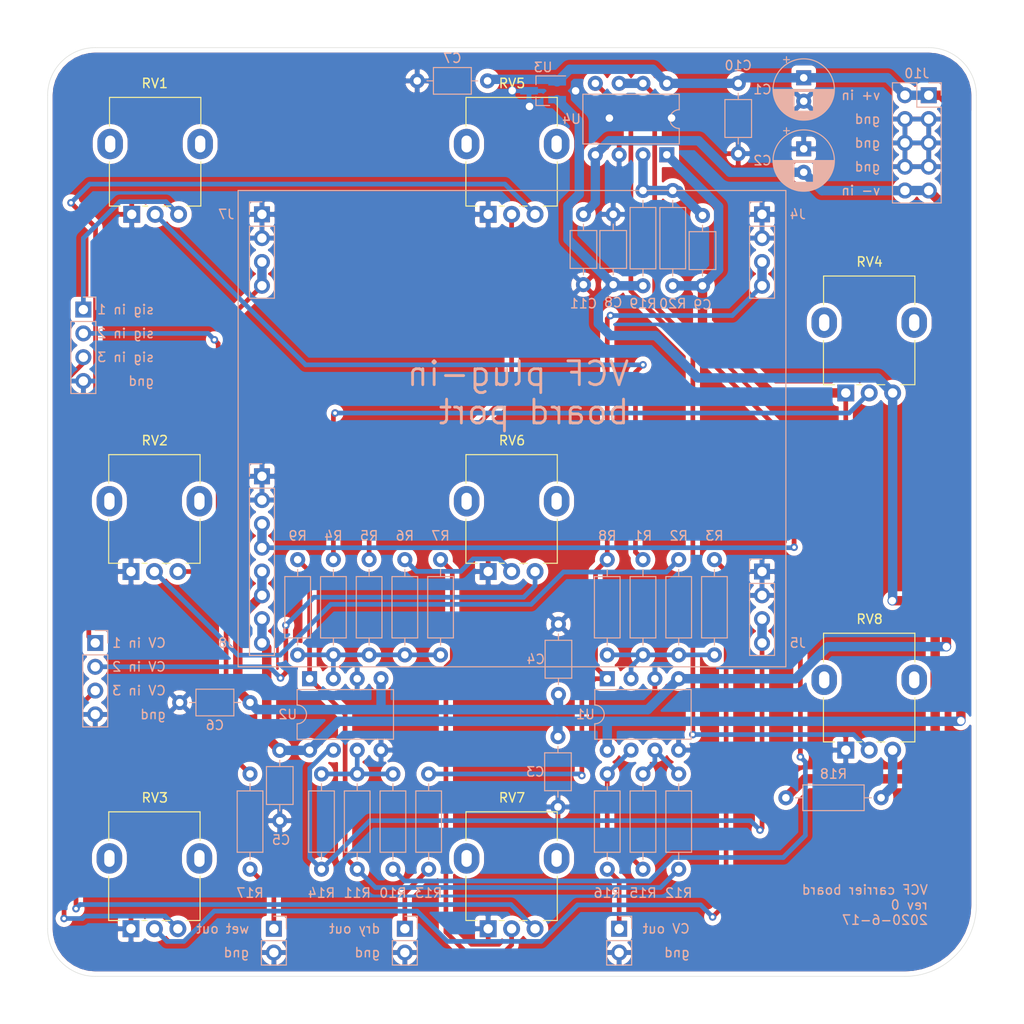
<source format=kicad_pcb>
(kicad_pcb (version 20171130) (host pcbnew 5.1.6-c6e7f7d~86~ubuntu18.04.1)
  (layers (0 F.Cu signal) (31 B.Cu signal) (34 B.Paste user) (35 F.Paste user) (36 B.SilkS user) (37 F.SilkS user) (38 B.Mask user) (39 F.Mask user) (44 Edge.Cuts user))
  (net 0 "")
  (net 1 GND)
  (net 2 +12V)
  (net 3 -12V)
  (net 4 "Net-(J1-Pad3)")
  (net 5 "Net-(J1-Pad2)")
  (net 6 "Net-(J1-Pad1)")
  (net 7 "Net-(J2-Pad3)")
  (net 8 "Net-(J2-Pad2)")
  (net 9 "Net-(J2-Pad1)")
  (net 10 "Net-(J3-Pad1)")
  (net 11 "Net-(J4-Pad3)")
  (net 12 "Net-(J5-Pad3)")
  (net 13 "Net-(J6-Pad1)")
  (net 14 "Net-(J7-Pad3)")
  (net 15 "Net-(J8-Pad3)")
  (net 16 "Net-(J9-Pad1)")
  (net 17 "Net-(R1-Pad2)")
  (net 18 "Net-(R1-Pad1)")
  (net 19 "Net-(R2-Pad2)")
  (net 20 "Net-(R3-Pad2)")
  (net 21 "Net-(R4-Pad2)")
  (net 22 "Net-(R4-Pad1)")
  (net 23 "Net-(R5-Pad2)")
  (net 24 "Net-(R6-Pad2)")
  (net 25 "Net-(R7-Pad2)")
  (net 26 "Net-(R11-Pad2)")
  (net 27 "Net-(R10-Pad1)")
  (net 28 "Net-(R12-Pad1)")
  (net 29 "Net-(R15-Pad1)")
  (net 30 "Net-(R18-Pad2)")
  (net 31 +5V)
  (net 32 -5V)
  (net 33 "Net-(C9-Pad1)")
  (net 34 "Net-(RV8-Pad2)")
  (module Package_TO_SOT_SMD:SOT-23_Handsoldering (layer B.Cu) (at 154.4461 55.3974 180)
    (fp_text reference U3 (at 0 2.5) (layer B.SilkS) (effects (justify mirror)))
    (fp_text value MAX6035xxUR50)
    (pad 3 smd rect (at 1.5 0 180) (size 1.9 0.8) (layers B.Cu B.Paste B.Mask) (net 1 GND))
    (pad 2 smd rect (at -1.5 -0.95 180) (size 1.9 0.8) (layers B.Cu B.Paste B.Mask) (net 31 +5V))
    (pad 1 smd rect (at -1.5 0.95 180) (size 1.9 0.8) (layers B.Cu B.Paste B.Mask) (net 2 +12V))
  )
  (module Package_DIP:DIP-8_W7.62mm (layer B.Cu) (at 167.64 62.23 90)
    (fp_text reference U4 (at 3.81 -10.16 180) (layer B.SilkS) (effects (justify mirror)))
    (fp_text value TL072)
    (pad 8 thru_hole oval (at 7.62 0 90) (size 1.6 1.6) (drill 0.8) (layers *.Cu *.Mask) (net 2 +12V))
    (pad 4 thru_hole oval (at 0 -7.62 90) (size 1.6 1.6) (drill 0.8) (layers *.Cu *.Mask) (net 3 -12V))
    (pad 7 thru_hole oval (at 7.62 -2.54 90) (size 1.6 1.6) (drill 0.8) (layers *.Cu *.Mask) (net 15 "Net-(J8-Pad3)"))
    (pad 3 thru_hole oval (at 0 -5.08 90) (size 1.6 1.6) (drill 0.8) (layers *.Cu *.Mask) (net 1 GND))
    (pad 6 thru_hole oval (at 7.62 -5.08 90) (size 1.6 1.6) (drill 0.8) (layers *.Cu *.Mask) (net 15 "Net-(J8-Pad3)"))
    (pad 2 thru_hole oval (at 0 -2.54 90) (size 1.6 1.6) (drill 0.8) (layers *.Cu *.Mask) (net 33 "Net-(C9-Pad1)"))
    (pad 5 thru_hole oval (at 7.62 -7.62 90) (size 1.6 1.6) (drill 0.8) (layers *.Cu *.Mask) (net 34 "Net-(RV8-Pad2)"))
    (pad 1 thru_hole rect (at 0 0 90) (size 1.6 1.6) (drill 0.8) (layers *.Cu *.Mask) (net 32 -5V))
  )
  (module Resistor_THT:R_Axial_DIN0207_L6.3mm_D2.5mm_P10.16mm_Horizontal (layer B.Cu) (at 168.275 76.2 90)
    (fp_text reference R20 (at -1.905 0 180) (layer B.SilkS) (effects (justify mirror)))
    (fp_text value 10k)
    (pad 2 thru_hole oval (at 10.16 0 90) (size 1.6 1.6) (drill 0.8) (layers *.Cu *.Mask) (net 33 "Net-(C9-Pad1)"))
    (pad 1 thru_hole circle (at 0 0 90) (size 1.6 1.6) (drill 0.8) (layers *.Cu *.Mask) (net 32 -5V))
  )
  (module Resistor_THT:R_Axial_DIN0207_L6.3mm_D2.5mm_P10.16mm_Horizontal (layer B.Cu) (at 165.1 66.04 270)
    (fp_text reference R19 (at 12.065 0 180) (layer B.SilkS) (effects (justify mirror)))
    (fp_text value 10k)
    (pad 2 thru_hole oval (at 10.16 0 270) (size 1.6 1.6) (drill 0.8) (layers *.Cu *.Mask) (net 31 +5V))
    (pad 1 thru_hole circle (at 0 0 270) (size 1.6 1.6) (drill 0.8) (layers *.Cu *.Mask) (net 33 "Net-(C9-Pad1)"))
  )
  (module Capacitor_THT:C_Axial_L3.8mm_D2.6mm_P7.50mm_Horizontal (layer B.Cu) (at 158.75 76.08 90)
    (fp_text reference C11 (at -2.025 0 180) (layer B.SilkS) (effects (justify mirror)))
    (fp_text value 100nF)
    (pad 2 thru_hole oval (at 7.5 0 90) (size 1.6 1.6) (drill 0.8) (layers *.Cu *.Mask) (net 3 -12V))
    (pad 1 thru_hole circle (at 0 0 90) (size 1.6 1.6) (drill 0.8) (layers *.Cu *.Mask) (net 1 GND))
  )
  (module Capacitor_THT:C_Axial_L3.8mm_D2.6mm_P7.50mm_Horizontal (layer B.Cu) (at 175.26 54.61 270)
    (fp_text reference C10 (at -1.905 0 180) (layer B.SilkS) (effects (justify mirror)))
    (fp_text value 100nF)
    (pad 2 thru_hole oval (at 7.5 0 270) (size 1.6 1.6) (drill 0.8) (layers *.Cu *.Mask) (net 1 GND))
    (pad 1 thru_hole circle (at 0 0 270) (size 1.6 1.6) (drill 0.8) (layers *.Cu *.Mask) (net 2 +12V))
  )
  (module Capacitor_THT:C_Axial_L3.8mm_D2.6mm_P7.50mm_Horizontal (layer B.Cu) (at 171.45 68.7 270)
    (fp_text reference C9 (at 9.525 0 180) (layer B.SilkS) (effects (justify mirror)))
    (fp_text value 100nF)
    (pad 2 thru_hole oval (at 7.5 0 270) (size 1.6 1.6) (drill 0.8) (layers *.Cu *.Mask) (net 32 -5V))
    (pad 1 thru_hole circle (at 0 0 270) (size 1.6 1.6) (drill 0.8) (layers *.Cu *.Mask) (net 33 "Net-(C9-Pad1)"))
  )
  (module Capacitor_THT:C_Axial_L3.8mm_D2.6mm_P7.50mm_Horizontal (layer B.Cu) (at 161.925 76.08 90)
    (fp_text reference C8 (at -1.905 0 180) (layer B.SilkS) (effects (justify mirror)))
    (fp_text value 100nF)
    (pad 2 thru_hole oval (at 7.5 0 90) (size 1.6 1.6) (drill 0.8) (layers *.Cu *.Mask) (net 1 GND))
    (pad 1 thru_hole circle (at 0 0 90) (size 1.6 1.6) (drill 0.8) (layers *.Cu *.Mask) (net 31 +5V))
  )
  (module Capacitor_THT:C_Axial_L3.8mm_D2.6mm_P7.50mm_Horizontal (layer B.Cu) (at 148.5208 54.3433 180)
    (fp_text reference C7 (at 3.75 2.42) (layer B.SilkS) (effects (justify mirror)))
    (fp_text value 100nF)
    (pad 2 thru_hole oval (at 7.5 0 180) (size 1.6 1.6) (drill 0.8) (layers *.Cu *.Mask) (net 1 GND))
    (pad 1 thru_hole circle (at 0 0 180) (size 1.6 1.6) (drill 0.8) (layers *.Cu *.Mask) (net 2 +12V))
  )
  (module Package_DIP:DIP-8_W7.62mm (layer B.Cu) (at 129.54 118.11 270)
    (fp_text reference U2 (at 3.81 2.33 180) (layer B.SilkS) (effects (justify mirror)))
    (fp_text value TL072)
    (pad 8 thru_hole oval (at 7.62 0 270) (size 1.6 1.6) (drill 0.8) (layers *.Cu *.Mask) (net 2 +12V))
    (pad 4 thru_hole oval (at 0 -7.62 270) (size 1.6 1.6) (drill 0.8) (layers *.Cu *.Mask) (net 3 -12V))
    (pad 7 thru_hole oval (at 7.62 -2.54 270) (size 1.6 1.6) (drill 0.8) (layers *.Cu *.Mask) (net 12 "Net-(J5-Pad3)"))
    (pad 3 thru_hole oval (at 0 -5.08 270) (size 1.6 1.6) (drill 0.8) (layers *.Cu *.Mask) (net 1 GND))
    (pad 6 thru_hole oval (at 7.62 -5.08 270) (size 1.6 1.6) (drill 0.8) (layers *.Cu *.Mask) (net 27 "Net-(R10-Pad1)"))
    (pad 2 thru_hole oval (at 0 -2.54 270) (size 1.6 1.6) (drill 0.8) (layers *.Cu *.Mask) (net 22 "Net-(R4-Pad1)"))
    (pad 5 thru_hole oval (at 7.62 -7.62 270) (size 1.6 1.6) (drill 0.8) (layers *.Cu *.Mask) (net 1 GND))
    (pad 1 thru_hole rect (at 0 0 270) (size 1.6 1.6) (drill 0.8) (layers *.Cu *.Mask) (net 26 "Net-(R11-Pad2)"))
  )
  (module Package_DIP:DIP-8_W7.62mm (layer B.Cu) (at 161.29 118.11 270)
    (fp_text reference U1 (at 3.81 2.33 180) (layer B.SilkS) (effects (justify mirror)))
    (fp_text value TL072)
    (pad 8 thru_hole oval (at 7.62 0 270) (size 1.6 1.6) (drill 0.8) (layers *.Cu *.Mask) (net 2 +12V))
    (pad 4 thru_hole oval (at 0 -7.62 270) (size 1.6 1.6) (drill 0.8) (layers *.Cu *.Mask) (net 3 -12V))
    (pad 7 thru_hole oval (at 7.62 -2.54 270) (size 1.6 1.6) (drill 0.8) (layers *.Cu *.Mask) (net 29 "Net-(R15-Pad1)"))
    (pad 3 thru_hole oval (at 0 -5.08 270) (size 1.6 1.6) (drill 0.8) (layers *.Cu *.Mask) (net 1 GND))
    (pad 6 thru_hole oval (at 7.62 -5.08 270) (size 1.6 1.6) (drill 0.8) (layers *.Cu *.Mask) (net 28 "Net-(R12-Pad1)"))
    (pad 2 thru_hole oval (at 0 -2.54 270) (size 1.6 1.6) (drill 0.8) (layers *.Cu *.Mask) (net 18 "Net-(R1-Pad1)"))
    (pad 5 thru_hole oval (at 7.62 -7.62 270) (size 1.6 1.6) (drill 0.8) (layers *.Cu *.Mask) (net 1 GND))
    (pad 1 thru_hole rect (at 0 0 270) (size 1.6 1.6) (drill 0.8) (layers *.Cu *.Mask) (net 11 "Net-(J4-Pad3)"))
  )
  (module Potentiometer_THT:Potentiometer_Alpha_RD901F-40-00D_Single_Vertical (layer F.Cu) (at 186.73 125.73 90)
    (fp_text reference RV8 (at 13.97 2.54) (layer F.SilkS))
    (fp_text value 10k)
    (pad "" thru_hole oval (at 7.5 -2.3 180) (size 2.72 3.24) (drill oval 1.1 1.8) (layers *.Cu *.Mask))
    (pad "" thru_hole oval (at 7.5 7.3 180) (size 2.72 3.24) (drill oval 1.1 1.8) (layers *.Cu *.Mask))
    (pad 3 thru_hole circle (at 0 5 180) (size 1.8 1.8) (drill 1) (layers *.Cu *.Mask) (net 30 "Net-(R18-Pad2)"))
    (pad 2 thru_hole circle (at 0 2.5 180) (size 1.8 1.8) (drill 1) (layers *.Cu *.Mask) (net 34 "Net-(RV8-Pad2)"))
    (pad 1 thru_hole rect (at 0 0 180) (size 1.8 1.8) (drill 1) (layers *.Cu *.Mask) (net 1 GND))
  )
  (module Potentiometer_THT:Potentiometer_Alpha_RD901F-40-00D_Single_Vertical (layer F.Cu) (at 148.59 144.78 90)
    (fp_text reference RV7 (at 13.97 2.54) (layer F.SilkS))
    (fp_text value 100k)
    (pad "" thru_hole oval (at 7.5 -2.3 180) (size 2.72 3.24) (drill oval 1.1 1.8) (layers *.Cu *.Mask))
    (pad "" thru_hole oval (at 7.5 7.3 180) (size 2.72 3.24) (drill oval 1.1 1.8) (layers *.Cu *.Mask))
    (pad 3 thru_hole circle (at 0 5 180) (size 1.8 1.8) (drill 1) (layers *.Cu *.Mask) (net 4 "Net-(J1-Pad3)"))
    (pad 2 thru_hole circle (at 0 2.5 180) (size 1.8 1.8) (drill 1) (layers *.Cu *.Mask) (net 25 "Net-(R7-Pad2)"))
    (pad 1 thru_hole rect (at 0 0 180) (size 1.8 1.8) (drill 1) (layers *.Cu *.Mask) (net 1 GND))
  )
  (module Potentiometer_THT:Potentiometer_Alpha_RD901F-40-00D_Single_Vertical (layer F.Cu) (at 148.59 106.68 90)
    (fp_text reference RV6 (at 13.97 2.54) (layer F.SilkS))
    (fp_text value 100k)
    (pad "" thru_hole oval (at 7.5 -2.3 180) (size 2.72 3.24) (drill oval 1.1 1.8) (layers *.Cu *.Mask))
    (pad "" thru_hole oval (at 7.5 7.3 180) (size 2.72 3.24) (drill oval 1.1 1.8) (layers *.Cu *.Mask))
    (pad 3 thru_hole circle (at 0 5 180) (size 1.8 1.8) (drill 1) (layers *.Cu *.Mask) (net 5 "Net-(J1-Pad2)"))
    (pad 2 thru_hole circle (at 0 2.5 180) (size 1.8 1.8) (drill 1) (layers *.Cu *.Mask) (net 24 "Net-(R6-Pad2)"))
    (pad 1 thru_hole rect (at 0 0 180) (size 1.8 1.8) (drill 1) (layers *.Cu *.Mask) (net 1 GND))
  )
  (module Potentiometer_THT:Potentiometer_Alpha_RD901F-40-00D_Single_Vertical (layer F.Cu) (at 148.59 68.58 90)
    (fp_text reference RV5 (at 13.97 2.54) (layer F.SilkS))
    (fp_text value 100k)
    (pad "" thru_hole oval (at 7.5 -2.3 180) (size 2.72 3.24) (drill oval 1.1 1.8) (layers *.Cu *.Mask))
    (pad "" thru_hole oval (at 7.5 7.3 180) (size 2.72 3.24) (drill oval 1.1 1.8) (layers *.Cu *.Mask))
    (pad 3 thru_hole circle (at 0 5 180) (size 1.8 1.8) (drill 1) (layers *.Cu *.Mask) (net 6 "Net-(J1-Pad1)"))
    (pad 2 thru_hole circle (at 0 2.5 180) (size 1.8 1.8) (drill 1) (layers *.Cu *.Mask) (net 23 "Net-(R5-Pad2)"))
    (pad 1 thru_hole rect (at 0 0 180) (size 1.8 1.8) (drill 1) (layers *.Cu *.Mask) (net 1 GND))
  )
  (module Potentiometer_THT:Potentiometer_Alpha_RD901F-40-00D_Single_Vertical (layer F.Cu) (at 186.73 87.63 90)
    (fp_text reference RV4 (at 13.97 2.54) (layer F.SilkS))
    (fp_text value 100k)
    (pad "" thru_hole oval (at 7.5 -2.3 180) (size 2.72 3.24) (drill oval 1.1 1.8) (layers *.Cu *.Mask))
    (pad "" thru_hole oval (at 7.5 7.3 180) (size 2.72 3.24) (drill oval 1.1 1.8) (layers *.Cu *.Mask))
    (pad 3 thru_hole circle (at 0 5 180) (size 1.8 1.8) (drill 1) (layers *.Cu *.Mask) (net 31 +5V))
    (pad 2 thru_hole circle (at 0 2.5 180) (size 1.8 1.8) (drill 1) (layers *.Cu *.Mask) (net 21 "Net-(R4-Pad2)"))
    (pad 1 thru_hole rect (at 0 0 180) (size 1.8 1.8) (drill 1) (layers *.Cu *.Mask) (net 32 -5V))
  )
  (module Potentiometer_THT:Potentiometer_Alpha_RD901F-40-00D_Single_Vertical (layer F.Cu) (at 110.49 144.78 90)
    (fp_text reference RV3 (at 13.97 2.54) (layer F.SilkS))
    (fp_text value 100k)
    (pad "" thru_hole oval (at 7.5 -2.3 180) (size 2.72 3.24) (drill oval 1.1 1.8) (layers *.Cu *.Mask))
    (pad "" thru_hole oval (at 7.5 7.3 180) (size 2.72 3.24) (drill oval 1.1 1.8) (layers *.Cu *.Mask))
    (pad 3 thru_hole circle (at 0 5 180) (size 1.8 1.8) (drill 1) (layers *.Cu *.Mask) (net 7 "Net-(J2-Pad3)"))
    (pad 2 thru_hole circle (at 0 2.5 180) (size 1.8 1.8) (drill 1) (layers *.Cu *.Mask) (net 20 "Net-(R3-Pad2)"))
    (pad 1 thru_hole rect (at 0 0 180) (size 1.8 1.8) (drill 1) (layers *.Cu *.Mask) (net 1 GND))
  )
  (module Potentiometer_THT:Potentiometer_Alpha_RD901F-40-00D_Single_Vertical (layer F.Cu) (at 110.49 106.68 90)
    (fp_text reference RV2 (at 13.97 2.54) (layer F.SilkS))
    (fp_text value 100k)
    (pad "" thru_hole oval (at 7.5 -2.3 180) (size 2.72 3.24) (drill oval 1.1 1.8) (layers *.Cu *.Mask))
    (pad "" thru_hole oval (at 7.5 7.3 180) (size 2.72 3.24) (drill oval 1.1 1.8) (layers *.Cu *.Mask))
    (pad 3 thru_hole circle (at 0 5 180) (size 1.8 1.8) (drill 1) (layers *.Cu *.Mask) (net 8 "Net-(J2-Pad2)"))
    (pad 2 thru_hole circle (at 0 2.5 180) (size 1.8 1.8) (drill 1) (layers *.Cu *.Mask) (net 19 "Net-(R2-Pad2)"))
    (pad 1 thru_hole rect (at 0 0 180) (size 1.8 1.8) (drill 1) (layers *.Cu *.Mask) (net 1 GND))
  )
  (module Potentiometer_THT:Potentiometer_Alpha_RD901F-40-00D_Single_Vertical (layer F.Cu) (at 110.57 68.58 90)
    (fp_text reference RV1 (at 13.97 2.46) (layer F.SilkS))
    (fp_text value 100k)
    (pad "" thru_hole oval (at 7.5 -2.3 180) (size 2.72 3.24) (drill oval 1.1 1.8) (layers *.Cu *.Mask))
    (pad "" thru_hole oval (at 7.5 7.3 180) (size 2.72 3.24) (drill oval 1.1 1.8) (layers *.Cu *.Mask))
    (pad 3 thru_hole circle (at 0 5 180) (size 1.8 1.8) (drill 1) (layers *.Cu *.Mask) (net 9 "Net-(J2-Pad1)"))
    (pad 2 thru_hole circle (at 0 2.5 180) (size 1.8 1.8) (drill 1) (layers *.Cu *.Mask) (net 17 "Net-(R1-Pad2)"))
    (pad 1 thru_hole rect (at 0 0 180) (size 1.8 1.8) (drill 1) (layers *.Cu *.Mask) (net 1 GND))
  )
  (module Resistor_THT:R_Axial_DIN0207_L6.3mm_D2.5mm_P10.16mm_Horizontal (layer B.Cu) (at 180.34 130.81)
    (fp_text reference R18 (at 5.08 -2.54) (layer B.SilkS) (effects (justify mirror)))
    (fp_text value 12k)
    (pad 2 thru_hole oval (at 10.16 0) (size 1.6 1.6) (drill 0.8) (layers *.Cu *.Mask) (net 30 "Net-(R18-Pad2)"))
    (pad 1 thru_hole circle (at 0 0) (size 1.6 1.6) (drill 0.8) (layers *.Cu *.Mask) (net 31 +5V))
  )
  (module Resistor_THT:R_Axial_DIN0207_L6.3mm_D2.5mm_P10.16mm_Horizontal (layer B.Cu) (at 123.19 138.43 90)
    (fp_text reference R17 (at -2.54 0 180) (layer B.SilkS) (effects (justify mirror)))
    (fp_text value 1k)
    (pad 2 thru_hole oval (at 10.16 0 90) (size 1.6 1.6) (drill 0.8) (layers *.Cu *.Mask) (net 14 "Net-(J7-Pad3)"))
    (pad 1 thru_hole circle (at 0 0 90) (size 1.6 1.6) (drill 0.8) (layers *.Cu *.Mask) (net 16 "Net-(J9-Pad1)"))
  )
  (module Resistor_THT:R_Axial_DIN0207_L6.3mm_D2.5mm_P10.16mm_Horizontal (layer B.Cu) (at 161.29 138.43 90)
    (fp_text reference R16 (at -2.54 0 180) (layer B.SilkS) (effects (justify mirror)))
    (fp_text value 1k)
    (pad 2 thru_hole oval (at 10.16 0 90) (size 1.6 1.6) (drill 0.8) (layers *.Cu *.Mask) (net 29 "Net-(R15-Pad1)"))
    (pad 1 thru_hole circle (at 0 0 90) (size 1.6 1.6) (drill 0.8) (layers *.Cu *.Mask) (net 13 "Net-(J6-Pad1)"))
  )
  (module Resistor_THT:R_Axial_DIN0207_L6.3mm_D2.5mm_P10.16mm_Horizontal (layer B.Cu) (at 165.1 138.43 90)
    (fp_text reference R15 (at -2.54 0 180) (layer B.SilkS) (effects (justify mirror)))
    (fp_text value 100k)
    (pad 2 thru_hole oval (at 10.16 0 90) (size 1.6 1.6) (drill 0.8) (layers *.Cu *.Mask) (net 28 "Net-(R12-Pad1)"))
    (pad 1 thru_hole circle (at 0 0 90) (size 1.6 1.6) (drill 0.8) (layers *.Cu *.Mask) (net 29 "Net-(R15-Pad1)"))
  )
  (module Resistor_THT:R_Axial_DIN0207_L6.3mm_D2.5mm_P10.16mm_Horizontal (layer B.Cu) (at 130.81 138.43 90)
    (fp_text reference R14 (at -2.54 0 180) (layer B.SilkS) (effects (justify mirror)))
    (fp_text value 22k)
    (pad 2 thru_hole oval (at 10.16 0 90) (size 1.6 1.6) (drill 0.8) (layers *.Cu *.Mask) (net 27 "Net-(R10-Pad1)"))
    (pad 1 thru_hole circle (at 0 0 90) (size 1.6 1.6) (drill 0.8) (layers *.Cu *.Mask) (net 12 "Net-(J5-Pad3)"))
  )
  (module Resistor_THT:R_Axial_DIN0207_L6.3mm_D2.5mm_P10.16mm_Horizontal (layer B.Cu) (at 142.24 138.43 90)
    (fp_text reference R13 (at -2.54 0 180) (layer B.SilkS) (effects (justify mirror)))
    (fp_text value 1k)
    (pad 2 thru_hole oval (at 10.16 0 90) (size 1.6 1.6) (drill 0.8) (layers *.Cu *.Mask) (net 11 "Net-(J4-Pad3)"))
    (pad 1 thru_hole circle (at 0 0 90) (size 1.6 1.6) (drill 0.8) (layers *.Cu *.Mask) (net 10 "Net-(J3-Pad1)"))
  )
  (module Resistor_THT:R_Axial_DIN0207_L6.3mm_D2.5mm_P10.16mm_Horizontal (layer B.Cu) (at 168.91 128.27 270)
    (fp_text reference R12 (at 12.7 0 180) (layer B.SilkS) (effects (justify mirror)))
    (fp_text value 22k)
    (pad 2 thru_hole oval (at 10.16 0 270) (size 1.6 1.6) (drill 0.8) (layers *.Cu *.Mask) (net 26 "Net-(R11-Pad2)"))
    (pad 1 thru_hole circle (at 0 0 270) (size 1.6 1.6) (drill 0.8) (layers *.Cu *.Mask) (net 28 "Net-(R12-Pad1)"))
  )
  (module Resistor_THT:R_Axial_DIN0207_L6.3mm_D2.5mm_P10.16mm_Horizontal (layer B.Cu) (at 134.62 128.27 270)
    (fp_text reference R11 (at 12.7 0 180) (layer B.SilkS) (effects (justify mirror)))
    (fp_text value 22k)
    (pad 2 thru_hole oval (at 10.16 0 270) (size 1.6 1.6) (drill 0.8) (layers *.Cu *.Mask) (net 26 "Net-(R11-Pad2)"))
    (pad 1 thru_hole circle (at 0 0 270) (size 1.6 1.6) (drill 0.8) (layers *.Cu *.Mask) (net 27 "Net-(R10-Pad1)"))
  )
  (module Resistor_THT:R_Axial_DIN0207_L6.3mm_D2.5mm_P10.16mm_Horizontal (layer B.Cu) (at 138.43 128.27 270)
    (fp_text reference R10 (at 12.7 0 180) (layer B.SilkS) (effects (justify mirror)))
    (fp_text value ???)
    (pad 2 thru_hole oval (at 10.16 0 270) (size 1.6 1.6) (drill 0.8) (layers *.Cu *.Mask) (net 32 -5V))
    (pad 1 thru_hole circle (at 0 0 270) (size 1.6 1.6) (drill 0.8) (layers *.Cu *.Mask) (net 27 "Net-(R10-Pad1)"))
  )
  (module Resistor_THT:R_Axial_DIN0207_L6.3mm_D2.5mm_P10.16mm_Horizontal (layer B.Cu) (at 128.27 105.41 270)
    (fp_text reference R9 (at -2.54 0 180) (layer B.SilkS) (effects (justify mirror)))
    (fp_text value 22k)
    (pad 2 thru_hole oval (at 10.16 0 270) (size 1.6 1.6) (drill 0.8) (layers *.Cu *.Mask) (net 22 "Net-(R4-Pad1)"))
    (pad 1 thru_hole circle (at 0 0 270) (size 1.6 1.6) (drill 0.8) (layers *.Cu *.Mask) (net 26 "Net-(R11-Pad2)"))
  )
  (module Resistor_THT:R_Axial_DIN0207_L6.3mm_D2.5mm_P10.16mm_Horizontal (layer B.Cu) (at 161.29 105.41 270)
    (fp_text reference R8 (at -2.54 0 180) (layer B.SilkS) (effects (justify mirror)))
    (fp_text value 100k)
    (pad 2 thru_hole oval (at 10.16 0 270) (size 1.6 1.6) (drill 0.8) (layers *.Cu *.Mask) (net 18 "Net-(R1-Pad1)"))
    (pad 1 thru_hole circle (at 0 0 270) (size 1.6 1.6) (drill 0.8) (layers *.Cu *.Mask) (net 11 "Net-(J4-Pad3)"))
  )
  (module Resistor_THT:R_Axial_DIN0207_L6.3mm_D2.5mm_P10.16mm_Horizontal (layer B.Cu) (at 143.51 115.57 90)
    (fp_text reference R7 (at 12.7 0 180) (layer B.SilkS) (effects (justify mirror)))
    (fp_text value 100k)
    (pad 2 thru_hole oval (at 10.16 0 90) (size 1.6 1.6) (drill 0.8) (layers *.Cu *.Mask) (net 25 "Net-(R7-Pad2)"))
    (pad 1 thru_hole circle (at 0 0 90) (size 1.6 1.6) (drill 0.8) (layers *.Cu *.Mask) (net 22 "Net-(R4-Pad1)"))
  )
  (module Resistor_THT:R_Axial_DIN0207_L6.3mm_D2.5mm_P10.16mm_Horizontal (layer B.Cu) (at 139.7 115.57 90)
    (fp_text reference R6 (at 12.7 0 180) (layer B.SilkS) (effects (justify mirror)))
    (fp_text value 100k)
    (pad 2 thru_hole oval (at 10.16 0 90) (size 1.6 1.6) (drill 0.8) (layers *.Cu *.Mask) (net 24 "Net-(R6-Pad2)"))
    (pad 1 thru_hole circle (at 0 0 90) (size 1.6 1.6) (drill 0.8) (layers *.Cu *.Mask) (net 22 "Net-(R4-Pad1)"))
  )
  (module Resistor_THT:R_Axial_DIN0207_L6.3mm_D2.5mm_P10.16mm_Horizontal (layer B.Cu) (at 135.89 115.57 90)
    (fp_text reference R5 (at 12.7 0 180) (layer B.SilkS) (effects (justify mirror)))
    (fp_text value 100k)
    (pad 2 thru_hole oval (at 10.16 0 90) (size 1.6 1.6) (drill 0.8) (layers *.Cu *.Mask) (net 23 "Net-(R5-Pad2)"))
    (pad 1 thru_hole circle (at 0 0 90) (size 1.6 1.6) (drill 0.8) (layers *.Cu *.Mask) (net 22 "Net-(R4-Pad1)"))
  )
  (module Resistor_THT:R_Axial_DIN0207_L6.3mm_D2.5mm_P10.16mm_Horizontal (layer B.Cu) (at 132.08 115.57 90)
    (fp_text reference R4 (at 12.7 0 180) (layer B.SilkS) (effects (justify mirror)))
    (fp_text value 100k)
    (pad 2 thru_hole oval (at 10.16 0 90) (size 1.6 1.6) (drill 0.8) (layers *.Cu *.Mask) (net 21 "Net-(R4-Pad2)"))
    (pad 1 thru_hole circle (at 0 0 90) (size 1.6 1.6) (drill 0.8) (layers *.Cu *.Mask) (net 22 "Net-(R4-Pad1)"))
  )
  (module Resistor_THT:R_Axial_DIN0207_L6.3mm_D2.5mm_P10.16mm_Horizontal (layer B.Cu) (at 172.72 115.57 90)
    (fp_text reference R3 (at 12.7 0 180) (layer B.SilkS) (effects (justify mirror)))
    (fp_text value 100k)
    (pad 2 thru_hole oval (at 10.16 0 90) (size 1.6 1.6) (drill 0.8) (layers *.Cu *.Mask) (net 20 "Net-(R3-Pad2)"))
    (pad 1 thru_hole circle (at 0 0 90) (size 1.6 1.6) (drill 0.8) (layers *.Cu *.Mask) (net 18 "Net-(R1-Pad1)"))
  )
  (module Resistor_THT:R_Axial_DIN0207_L6.3mm_D2.5mm_P10.16mm_Horizontal (layer B.Cu) (at 168.91 115.57 90)
    (fp_text reference R2 (at 12.7 0 180) (layer B.SilkS) (effects (justify mirror)))
    (fp_text value 100k)
    (pad 2 thru_hole oval (at 10.16 0 90) (size 1.6 1.6) (drill 0.8) (layers *.Cu *.Mask) (net 19 "Net-(R2-Pad2)"))
    (pad 1 thru_hole circle (at 0 0 90) (size 1.6 1.6) (drill 0.8) (layers *.Cu *.Mask) (net 18 "Net-(R1-Pad1)"))
  )
  (module Resistor_THT:R_Axial_DIN0207_L6.3mm_D2.5mm_P10.16mm_Horizontal (layer B.Cu) (at 165.1 115.57 90)
    (fp_text reference R1 (at 12.7 0 180) (layer B.SilkS) (effects (justify mirror)))
    (fp_text value 100k)
    (pad 2 thru_hole oval (at 10.16 0 90) (size 1.6 1.6) (drill 0.8) (layers *.Cu *.Mask) (net 17 "Net-(R1-Pad2)"))
    (pad 1 thru_hole circle (at 0 0 90) (size 1.6 1.6) (drill 0.8) (layers *.Cu *.Mask) (net 18 "Net-(R1-Pad1)"))
  )
  (module Connector_PinHeader_2.54mm:PinHeader_2x05_P2.54mm_Vertical (layer B.Cu) (at 195.58 55.88 180)
    (fp_text reference J10 (at 1.27 2.33) (layer B.SilkS) (effects (justify mirror)))
    (fp_text value Conn_02x05_Odd_Even)
    (pad 10 thru_hole oval (at 2.54 -10.16 180) (size 1.7 1.7) (drill 1) (layers *.Cu *.Mask) (net 3 -12V))
    (pad 9 thru_hole oval (at 0 -10.16 180) (size 1.7 1.7) (drill 1) (layers *.Cu *.Mask) (net 3 -12V))
    (pad 8 thru_hole oval (at 2.54 -7.62 180) (size 1.7 1.7) (drill 1) (layers *.Cu *.Mask) (net 1 GND))
    (pad 7 thru_hole oval (at 0 -7.62 180) (size 1.7 1.7) (drill 1) (layers *.Cu *.Mask) (net 1 GND))
    (pad 6 thru_hole oval (at 2.54 -5.08 180) (size 1.7 1.7) (drill 1) (layers *.Cu *.Mask) (net 1 GND))
    (pad 5 thru_hole oval (at 0 -5.08 180) (size 1.7 1.7) (drill 1) (layers *.Cu *.Mask) (net 1 GND))
    (pad 4 thru_hole oval (at 2.54 -2.54 180) (size 1.7 1.7) (drill 1) (layers *.Cu *.Mask) (net 1 GND))
    (pad 3 thru_hole oval (at 0 -2.54 180) (size 1.7 1.7) (drill 1) (layers *.Cu *.Mask) (net 1 GND))
    (pad 2 thru_hole oval (at 2.54 0 180) (size 1.7 1.7) (drill 1) (layers *.Cu *.Mask) (net 2 +12V))
    (pad 1 thru_hole rect (at 0 0 180) (size 1.7 1.7) (drill 1) (layers *.Cu *.Mask) (net 2 +12V))
  )
  (module Connector_PinHeader_2.54mm:PinHeader_1x02_P2.54mm_Vertical (layer B.Cu) (at 125.73 144.78 180)
    (fp_text reference J9 hide)
    (fp_text value wet_out)
    (pad 2 thru_hole oval (at 0 -2.54 180) (size 1.7 1.7) (drill 1) (layers *.Cu *.Mask) (net 1 GND))
    (pad 1 thru_hole rect (at 0 0 180) (size 1.7 1.7) (drill 1) (layers *.Cu *.Mask) (net 16 "Net-(J9-Pad1)"))
  )
  (module Connector_PinSocket_2.54mm:PinSocket_1x08_P2.54mm_Vertical (layer B.Cu) (at 124.46 96.52 180)
    (fp_text reference J8 (at 3.81 -17.78) (layer B.SilkS) (effects (justify mirror)))
    (fp_text value Conn_01x08)
    (pad 8 thru_hole oval (at 0 -17.78 180) (size 1.7 1.7) (drill 1) (layers *.Cu *.Mask) (net 2 +12V))
    (pad 7 thru_hole oval (at 0 -15.24 180) (size 1.7 1.7) (drill 1) (layers *.Cu *.Mask) (net 2 +12V))
    (pad 6 thru_hole oval (at 0 -12.7 180) (size 1.7 1.7) (drill 1) (layers *.Cu *.Mask) (net 3 -12V))
    (pad 5 thru_hole oval (at 0 -10.16 180) (size 1.7 1.7) (drill 1) (layers *.Cu *.Mask) (net 3 -12V))
    (pad 4 thru_hole oval (at 0 -7.62 180) (size 1.7 1.7) (drill 1) (layers *.Cu *.Mask) (net 15 "Net-(J8-Pad3)"))
    (pad 3 thru_hole oval (at 0 -5.08 180) (size 1.7 1.7) (drill 1) (layers *.Cu *.Mask) (net 15 "Net-(J8-Pad3)"))
    (pad 2 thru_hole oval (at 0 -2.54 180) (size 1.7 1.7) (drill 1) (layers *.Cu *.Mask) (net 1 GND))
    (pad 1 thru_hole rect (at 0 0 180) (size 1.7 1.7) (drill 1) (layers *.Cu *.Mask) (net 1 GND))
  )
  (module Connector_PinSocket_2.54mm:PinSocket_1x04_P2.54mm_Vertical (layer B.Cu) (at 124.46 68.58 180)
    (fp_text reference J7 (at 3.81 0) (layer B.SilkS) (effects (justify mirror)))
    (fp_text value Conn_01x04)
    (pad 4 thru_hole oval (at 0 -7.62 180) (size 1.7 1.7) (drill 1) (layers *.Cu *.Mask) (net 14 "Net-(J7-Pad3)"))
    (pad 3 thru_hole oval (at 0 -5.08 180) (size 1.7 1.7) (drill 1) (layers *.Cu *.Mask) (net 14 "Net-(J7-Pad3)"))
    (pad 2 thru_hole oval (at 0 -2.54 180) (size 1.7 1.7) (drill 1) (layers *.Cu *.Mask) (net 1 GND))
    (pad 1 thru_hole rect (at 0 0 180) (size 1.7 1.7) (drill 1) (layers *.Cu *.Mask) (net 1 GND))
  )
  (module Connector_PinHeader_2.54mm:PinHeader_1x02_P2.54mm_Vertical (layer B.Cu) (at 162.56 144.78 180)
    (fp_text reference J6 hide)
    (fp_text value CV_out)
    (pad 2 thru_hole oval (at 0 -2.54 180) (size 1.7 1.7) (drill 1) (layers *.Cu *.Mask) (net 1 GND))
    (pad 1 thru_hole rect (at 0 0 180) (size 1.7 1.7) (drill 1) (layers *.Cu *.Mask) (net 13 "Net-(J6-Pad1)"))
  )
  (module Connector_PinSocket_2.54mm:PinSocket_1x04_P2.54mm_Vertical (layer B.Cu) (at 177.8 106.68 180)
    (fp_text reference J5 (at -3.81 -7.62) (layer B.SilkS) (effects (justify mirror)))
    (fp_text value Conn_01x04)
    (pad 4 thru_hole oval (at 0 -7.62 180) (size 1.7 1.7) (drill 1) (layers *.Cu *.Mask) (net 12 "Net-(J5-Pad3)"))
    (pad 3 thru_hole oval (at 0 -5.08 180) (size 1.7 1.7) (drill 1) (layers *.Cu *.Mask) (net 12 "Net-(J5-Pad3)"))
    (pad 2 thru_hole oval (at 0 -2.54 180) (size 1.7 1.7) (drill 1) (layers *.Cu *.Mask) (net 1 GND))
    (pad 1 thru_hole rect (at 0 0 180) (size 1.7 1.7) (drill 1) (layers *.Cu *.Mask) (net 1 GND))
  )
  (module Connector_PinSocket_2.54mm:PinSocket_1x04_P2.54mm_Vertical (layer B.Cu) (at 177.8 68.58 180)
    (fp_text reference J4 (at -3.81 0) (layer B.SilkS) (effects (justify mirror)))
    (fp_text value Conn_01x04)
    (pad 4 thru_hole oval (at 0 -7.62 180) (size 1.7 1.7) (drill 1) (layers *.Cu *.Mask) (net 11 "Net-(J4-Pad3)"))
    (pad 3 thru_hole oval (at 0 -5.08 180) (size 1.7 1.7) (drill 1) (layers *.Cu *.Mask) (net 11 "Net-(J4-Pad3)"))
    (pad 2 thru_hole oval (at 0 -2.54 180) (size 1.7 1.7) (drill 1) (layers *.Cu *.Mask) (net 1 GND))
    (pad 1 thru_hole rect (at 0 0 180) (size 1.7 1.7) (drill 1) (layers *.Cu *.Mask) (net 1 GND))
  )
  (module Connector_PinHeader_2.54mm:PinHeader_1x02_P2.54mm_Vertical (layer B.Cu) (at 139.7 144.78 180)
    (fp_text reference J3 hide)
    (fp_text value dry_out)
    (pad 2 thru_hole oval (at 0 -2.54 180) (size 1.7 1.7) (drill 1) (layers *.Cu *.Mask) (net 1 GND))
    (pad 1 thru_hole rect (at 0 0 180) (size 1.7 1.7) (drill 1) (layers *.Cu *.Mask) (net 10 "Net-(J3-Pad1)"))
  )
  (module Connector_PinHeader_2.54mm:PinHeader_1x04_P2.54mm_Vertical (layer B.Cu) (at 105.41 78.74 180)
    (fp_text reference J2 hide)
    (fp_text value signal_inputs)
    (pad 4 thru_hole oval (at 0 -7.62 180) (size 1.7 1.7) (drill 1) (layers *.Cu *.Mask) (net 1 GND))
    (pad 3 thru_hole oval (at 0 -5.08 180) (size 1.7 1.7) (drill 1) (layers *.Cu *.Mask) (net 7 "Net-(J2-Pad3)"))
    (pad 2 thru_hole oval (at 0 -2.54 180) (size 1.7 1.7) (drill 1) (layers *.Cu *.Mask) (net 8 "Net-(J2-Pad2)"))
    (pad 1 thru_hole rect (at 0 0 180) (size 1.7 1.7) (drill 1) (layers *.Cu *.Mask) (net 9 "Net-(J2-Pad1)"))
  )
  (module Connector_PinHeader_2.54mm:PinHeader_1x04_P2.54mm_Vertical (layer B.Cu) (at 106.68 114.3 180)
    (fp_text reference J1 hide)
    (fp_text value CV_inputs)
    (pad 4 thru_hole oval (at 0 -7.62 180) (size 1.7 1.7) (drill 1) (layers *.Cu *.Mask) (net 1 GND))
    (pad 3 thru_hole oval (at 0 -5.08 180) (size 1.7 1.7) (drill 1) (layers *.Cu *.Mask) (net 4 "Net-(J1-Pad3)"))
    (pad 2 thru_hole oval (at 0 -2.54 180) (size 1.7 1.7) (drill 1) (layers *.Cu *.Mask) (net 5 "Net-(J1-Pad2)"))
    (pad 1 thru_hole rect (at 0 0 180) (size 1.7 1.7) (drill 1) (layers *.Cu *.Mask) (net 6 "Net-(J1-Pad1)"))
  )
  (module Capacitor_THT:C_Axial_L3.8mm_D2.6mm_P7.50mm_Horizontal (layer B.Cu) (at 115.69 120.65)
    (fp_text reference C6 (at 3.75 2.42) (layer B.SilkS) (effects (justify mirror)))
    (fp_text value 100nF)
    (pad 2 thru_hole oval (at 7.5 0) (size 1.6 1.6) (drill 0.8) (layers *.Cu *.Mask) (net 3 -12V))
    (pad 1 thru_hole circle (at 0 0) (size 1.6 1.6) (drill 0.8) (layers *.Cu *.Mask) (net 1 GND))
  )
  (module Capacitor_THT:C_Axial_L3.8mm_D2.6mm_P7.50mm_Horizontal (layer B.Cu) (at 126.35992 125.7554 270)
    (fp_text reference C5 (at 9.55486 -0.14224 180) (layer B.SilkS) (effects (justify mirror)))
    (fp_text value 100nF)
    (pad 2 thru_hole oval (at 7.5 0 270) (size 1.6 1.6) (drill 0.8) (layers *.Cu *.Mask) (net 1 GND))
    (pad 1 thru_hole circle (at 0 0 270) (size 1.6 1.6) (drill 0.8) (layers *.Cu *.Mask) (net 2 +12V))
  )
  (module Capacitor_THT:C_Axial_L3.8mm_D2.6mm_P7.50mm_Horizontal (layer B.Cu) (at 156.083 112.2864 270)
    (fp_text reference C4 (at 3.75 2.42 180) (layer B.SilkS) (effects (justify mirror)))
    (fp_text value 100nF)
    (pad 2 thru_hole oval (at 7.5 0 270) (size 1.6 1.6) (drill 0.8) (layers *.Cu *.Mask) (net 3 -12V))
    (pad 1 thru_hole circle (at 0 0 270) (size 1.6 1.6) (drill 0.8) (layers *.Cu *.Mask) (net 1 GND))
  )
  (module Capacitor_THT:C_Axial_L3.8mm_D2.6mm_P7.50mm_Horizontal (layer B.Cu) (at 156.0322 124.2879 270)
    (fp_text reference C3 (at 3.75 2.42 180) (layer B.SilkS) (effects (justify mirror)))
    (fp_text value 100nF)
    (pad 2 thru_hole oval (at 7.5 0 270) (size 1.6 1.6) (drill 0.8) (layers *.Cu *.Mask) (net 1 GND))
    (pad 1 thru_hole circle (at 0 0 270) (size 1.6 1.6) (drill 0.8) (layers *.Cu *.Mask) (net 2 +12V))
  )
  (module Capacitor_THT:CP_Radial_D6.3mm_P2.50mm (layer B.Cu) (at 182.245 61.595 270)
    (fp_text reference C2 (at 1.25 4.4 180) (layer B.SilkS) (effects (justify mirror)))
    (fp_text value 10uF)
    (pad 2 thru_hole circle (at 2.5 0 270) (size 1.6 1.6) (drill 0.8) (layers *.Cu *.Mask) (net 3 -12V))
    (pad 1 thru_hole rect (at 0 0 270) (size 1.6 1.6) (drill 0.8) (layers *.Cu *.Mask) (net 1 GND))
  )
  (module Capacitor_THT:CP_Radial_D6.3mm_P2.50mm (layer B.Cu) (at 182.245 54.015 270)
    (fp_text reference C1 (at 1.25 4.4 180) (layer B.SilkS) (effects (justify mirror)))
    (fp_text value 10uF)
    (pad 2 thru_hole circle (at 2.5 0 270) (size 1.6 1.6) (drill 0.8) (layers *.Cu *.Mask) (net 1 GND))
    (pad 1 thru_hole rect (at 0 0 270) (size 1.6 1.6) (drill 0.8) (layers *.Cu *.Mask) (net 2 +12V))
  )
  (gr_arc (start 193.04 142.24) (end 193.04 149.86) (angle -90) (layer Edge.Cuts) (width 0.05))
  (gr_arc (start 106.68 144.78) (end 101.6 144.78) (angle -90) (layer Edge.Cuts) (width 0.05))
  (gr_arc (start 106.68 55.88) (end 106.68 50.8) (angle -90) (layer Edge.Cuts) (width 0.05))
  (gr_arc (start 195.58 55.88) (end 200.66 55.88) (angle -90) (layer Edge.Cuts) (width 0.05))
  (gr_text "VCF plug-in \nboard port" (at 163.83 87.63) (layer B.SilkS) (effects (font (size 2.54 2.54) (thickness 0.3048)) (justify left mirror)))
  (gr_text "VCF carrier board\nrev 0\n2020-6-17" (at 195.58 142.24) (layer B.SilkS) (effects (font (size 1 1)) (justify left mirror)))
  (gr_text "v- in" (at 190.5 66.04) (layer B.SilkS) (effects (font (size 1 1)) (justify left mirror)))
  (gr_text gnd (at 190.5 63.5) (layer B.SilkS) (effects (font (size 1 1)) (justify left mirror)))
  (gr_text gnd (at 190.5 60.96) (layer B.SilkS) (effects (font (size 1 1)) (justify left mirror)))
  (gr_text gnd (at 190.5 58.42) (layer B.SilkS) (effects (font (size 1 1)) (justify left mirror)))
  (gr_text "v+ in" (at 190.5 55.88) (layer B.SilkS) (effects (font (size 1 1)) (justify left mirror)))
  (gr_text gnd (at 114.3 121.92) (layer B.SilkS) (effects (font (size 1 1)) (justify left mirror)))
  (gr_text "CV in 3" (at 114.3 119.38) (layer B.SilkS) (effects (font (size 1 1)) (justify left mirror)))
  (gr_text "CV in 2" (at 114.3 116.84) (layer B.SilkS) (effects (font (size 1 1)) (justify left mirror)))
  (gr_text "CV in 1" (at 114.3 114.3) (layer B.SilkS) (effects (font (size 1 1)) (justify left mirror)))
  (gr_text gnd (at 113.03 86.36) (layer B.SilkS) (effects (font (size 1 1)) (justify left mirror)))
  (gr_text "sig in 3" (at 113.03 83.82) (layer B.SilkS) (effects (font (size 1 1)) (justify left mirror)))
  (gr_text "sig in 2" (at 113.03 81.28) (layer B.SilkS) (effects (font (size 1 1)) (justify left mirror)))
  (gr_text "sig in 1" (at 113.03 78.74) (layer B.SilkS) (effects (font (size 1 1)) (justify left mirror)))
  (gr_text gnd (at 123.19 147.32) (layer B.SilkS) (effects (font (size 1 1)) (justify left mirror)))
  (gr_text "wet out" (at 123.19 144.78) (layer B.SilkS) (effects (font (size 1 1)) (justify left mirror)))
  (gr_text gnd (at 137.16 147.32) (layer B.SilkS) (effects (font (size 1 1)) (justify left mirror)))
  (gr_text "dry out" (at 137.16 144.78) (layer B.SilkS) (effects (font (size 1 1)) (justify left mirror)))
  (gr_text gnd (at 170.18 147.32) (layer B.SilkS) (effects (font (size 1 1)) (justify left mirror)))
  (gr_text "CV out" (at 170.18 144.78) (layer B.SilkS) (effects (font (size 1 1)) (justify left mirror)))
  (gr_line (start 180.34 66.04) (end 121.92 66.04) (layer B.SilkS) (width 0.12))
  (gr_line (start 180.34 116.84) (end 180.34 66.04) (layer B.SilkS) (width 0.12))
  (gr_line (start 121.92 116.84) (end 180.34 116.84) (layer B.SilkS) (width 0.12))
  (gr_line (start 121.92 66.04) (end 121.92 116.84) (layer B.SilkS) (width 0.12))
  (gr_line (start 195.58 50.8) (end 106.68 50.8) (layer Edge.Cuts) (width 0.05))
  (gr_line (start 200.66 142.24) (end 200.66 55.88) (layer Edge.Cuts) (width 0.05))
  (gr_line (start 106.68 149.86) (end 193.04 149.86) (layer Edge.Cuts) (width 0.05))
  (gr_line (start 101.6 55.88) (end 101.6 144.78) (layer Edge.Cuts) (width 0.05))
  (segment (start 174.0687 57.1602) (end 174.1551 57.0738) (width 0.5) (layer B.Cu) (net 1))
  (via (at 151.1554 55.3847) (size 1) (drill 0.8) (layers F.Cu B.Cu) (net 1))
  (via (at 157.9118 55.4101) (size 1) (drill 0.8) (layers F.Cu B.Cu) (net 1))
  (via (at 168.148 58.3057) (size 1) (drill 0.8) (layers F.Cu B.Cu) (net 1))
  (via (at 161.5186 58.3184) (size 1) (drill 0.8) (layers F.Cu B.Cu) (net 1))
  (via (at 152.9969 57.0738) (size 1) (drill 0.8) (layers F.Cu B.Cu) (net 1))
  (segment (start 195.58 55.88) (end 193.04 55.88) (width 1) (layer B.Cu) (net 2))
  (segment (start 161.2646 125.7046) (end 161.29 125.73) (width 1) (layer B.Cu) (net 2))
  (segment (start 129.54 125.73) (end 132.6134 122.6566) (width 1) (layer B.Cu) (net 2))
  (segment (start 124.46 111.76) (end 124.46 114.3) (width 1) (layer B.Cu) (net 2))
  (segment (start 132.6134 122.6566) (end 155.94076 122.6566) (width 1) (layer B.Cu) (net 2))
  (segment (start 156.02712 124.28282) (end 156.0322 124.2879) (width 1) (layer B.Cu) (net 2))
  (segment (start 155.94076 122.6566) (end 156.02712 122.74296) (width 1) (layer B.Cu) (net 2))
  (segment (start 156.02712 122.74296) (end 156.02712 124.28282) (width 1) (layer B.Cu) (net 2))
  (segment (start 129.5146 125.7554) (end 129.54 125.73) (width 1) (layer B.Cu) (net 2))
  (segment (start 126.35992 125.7554) (end 129.5146 125.7554) (width 1) (layer B.Cu) (net 2))
  (segment (start 191.175 54.015) (end 193.04 55.88) (width 1) (layer B.Cu) (net 2))
  (segment (start 182.245 54.015) (end 191.175 54.015) (width 1) (layer B.Cu) (net 2))
  (segment (start 124.968 114.808) (end 124.46 114.3) (width 1) (layer F.Cu) (net 2))
  (segment (start 126.35992 125.7554) (end 124.968 124.36348) (width 1) (layer F.Cu) (net 2))
  (segment (start 124.968 124.36348) (end 124.968 114.808) (width 1) (layer F.Cu) (net 2))
  (segment (start 175.855 54.015) (end 175.26 54.61) (width 1) (layer B.Cu) (net 2))
  (segment (start 182.245 54.015) (end 175.855 54.015) (width 1) (layer B.Cu) (net 2))
  (segment (start 175.26 54.61) (end 172.7708 54.61) (width 1) (layer B.Cu) (net 2))
  (segment (start 172.7708 54.61) (end 167.64 54.61) (width 1) (layer B.Cu) (net 2))
  (via (at 199.009 122.5931) (size 1) (drill 0.8) (layers F.Cu B.Cu) (net 2))
  (segment (start 198.9455 122.6566) (end 199.009 122.5931) (width 1) (layer B.Cu) (net 2))
  (segment (start 199.009 80.238635) (end 199.0217 80.225935) (width 1) (layer F.Cu) (net 2))
  (segment (start 199.009 122.5931) (end 199.009 80.238635) (width 1) (layer F.Cu) (net 2))
  (segment (start 199.0217 80.225935) (end 199.0217 58.0263) (width 1) (layer F.Cu) (net 2))
  (segment (start 196.8754 55.88) (end 195.58 55.88) (width 1) (layer F.Cu) (net 2))
  (segment (start 199.0217 58.0263) (end 196.8754 55.88) (width 1) (layer F.Cu) (net 2))
  (segment (start 161.29 122.9614) (end 160.9852 122.6566) (width 1) (layer B.Cu) (net 2))
  (segment (start 161.29 125.73) (end 161.29 122.9614) (width 1) (layer B.Cu) (net 2))
  (segment (start 155.94076 122.6566) (end 160.9852 122.6566) (width 1) (layer B.Cu) (net 2))
  (segment (start 160.9852 122.6566) (end 198.9455 122.6566) (width 1) (layer B.Cu) (net 2))
  (segment (start 166.139999 53.109999) (end 157.283501 53.109999) (width 1) (layer B.Cu) (net 2))
  (segment (start 157.283501 53.109999) (end 155.9461 54.4474) (width 1) (layer B.Cu) (net 2))
  (segment (start 167.64 54.61) (end 166.139999 53.109999) (width 1) (layer B.Cu) (net 2))
  (segment (start 155.683399 54.184699) (end 148.679401 54.184699) (width 1) (layer B.Cu) (net 2))
  (segment (start 148.679401 54.184699) (end 148.5208 54.3433) (width 1) (layer B.Cu) (net 2))
  (segment (start 155.9461 54.4474) (end 155.683399 54.184699) (width 1) (layer B.Cu) (net 2))
  (segment (start 195.58 66.04) (end 193.04 66.04) (width 1) (layer B.Cu) (net 3))
  (segment (start 165.614209 121.405791) (end 168.91 118.11) (width 1) (layer B.Cu) (net 3))
  (segment (start 124.46 106.68) (end 124.46 109.22) (width 1) (layer B.Cu) (net 3))
  (segment (start 155.916489 121.405791) (end 165.614209 121.405791) (width 1) (layer B.Cu) (net 3))
  (segment (start 156.08808 119.79148) (end 156.083 119.7864) (width 1) (layer B.Cu) (net 3))
  (segment (start 155.916489 121.405791) (end 156.08808 121.2342) (width 1) (layer B.Cu) (net 3))
  (segment (start 156.08808 121.2342) (end 156.08808 119.79148) (width 1) (layer B.Cu) (net 3))
  (segment (start 137.16 121.27992) (end 137.14476 121.29516) (width 1) (layer B.Cu) (net 3))
  (segment (start 137.16 118.11) (end 137.16 121.27992) (width 1) (layer B.Cu) (net 3))
  (segment (start 123.945791 121.405791) (end 155.916489 121.405791) (width 1) (layer B.Cu) (net 3))
  (segment (start 123.10872 120.56872) (end 123.945791 121.405791) (width 1) (layer B.Cu) (net 3))
  (segment (start 121.88636 111.79364) (end 124.46 109.22) (width 1) (layer F.Cu) (net 3))
  (segment (start 123.19 120.65) (end 121.88636 119.34636) (width 1) (layer F.Cu) (net 3))
  (segment (start 121.88636 119.34636) (end 121.88636 111.79364) (width 1) (layer F.Cu) (net 3))
  (segment (start 174.384998 64.095) (end 182.245 64.095) (width 1) (layer B.Cu) (net 3))
  (segment (start 171.019997 60.729999) (end 174.384998 64.095) (width 1) (layer B.Cu) (net 3))
  (segment (start 161.520001 60.729999) (end 171.019997 60.729999) (width 1) (layer B.Cu) (net 3))
  (segment (start 160.02 62.23) (end 161.520001 60.729999) (width 1) (layer B.Cu) (net 3))
  (segment (start 158.75 68.58) (end 160.02 67.31) (width 1) (layer B.Cu) (net 3))
  (segment (start 160.02 67.31) (end 160.02 62.23) (width 1) (layer B.Cu) (net 3))
  (segment (start 184.793006 114.6937) (end 197.46581 114.6937) (width 1) (layer B.Cu) (net 3))
  (segment (start 181.376706 118.11) (end 184.793006 114.6937) (width 1) (layer B.Cu) (net 3))
  (segment (start 168.91 118.11) (end 181.376706 118.11) (width 1) (layer B.Cu) (net 3))
  (segment (start 195.58 66.04) (end 197.46581 67.92581) (width 1) (layer F.Cu) (net 3))
  (segment (start 197.46581 67.92581) (end 197.46581 114.6937) (width 1) (layer F.Cu) (net 3))
  (via (at 197.46581 114.6937) (size 1) (drill 0.8) (layers F.Cu B.Cu) (net 3))
  (segment (start 193.0273 66.0527) (end 193.04 66.04) (width 1) (layer B.Cu) (net 3))
  (segment (start 182.245 64.095) (end 184.2027 66.0527) (width 1) (layer B.Cu) (net 3))
  (segment (start 184.2027 66.0527) (end 193.0273 66.0527) (width 1) (layer B.Cu) (net 3))
  (via (at 104.62768 142.63624) (size 0.8) (drill 0.4) (layers F.Cu B.Cu) (net 4))
  (segment (start 106.68 119.38) (end 104.62768 121.43232) (width 0.5) (layer F.Cu) (net 4))
  (segment (start 104.62768 121.43232) (end 104.62768 142.63624) (width 0.5) (layer F.Cu) (net 4))
  (segment (start 105.063531 142.200389) (end 105.027679 142.236241) (width 0.5) (layer B.Cu) (net 4))
  (segment (start 151.010389 142.200389) (end 105.063531 142.200389) (width 0.5) (layer B.Cu) (net 4))
  (segment (start 105.027679 142.236241) (end 104.62768 142.63624) (width 0.5) (layer B.Cu) (net 4))
  (segment (start 153.59 144.78) (end 151.010389 142.200389) (width 0.5) (layer B.Cu) (net 4))
  (via (at 127.01016 112.41024) (size 0.8) (drill 0.4) (layers F.Cu B.Cu) (net 5))
  (via (at 126.4412 118.0338) (size 0.8) (drill 0.4) (layers F.Cu B.Cu) (net 5))
  (segment (start 127.01016 112.41024) (end 127.01016 117.46484) (width 0.5) (layer F.Cu) (net 5))
  (segment (start 127.01016 117.46484) (end 126.4412 118.0338) (width 0.5) (layer F.Cu) (net 5))
  (segment (start 125.2474 116.84) (end 106.68 116.84) (width 0.5) (layer B.Cu) (net 5))
  (segment (start 126.4412 118.0338) (end 125.2474 116.84) (width 0.5) (layer B.Cu) (net 5))
  (segment (start 152.3746 109.4232) (end 129.9972 109.4232) (width 0.5) (layer B.Cu) (net 5))
  (segment (start 129.9972 109.4232) (end 127.01016 112.41024) (width 0.5) (layer B.Cu) (net 5))
  (segment (start 153.59 106.68) (end 153.59 108.2078) (width 0.5) (layer B.Cu) (net 5))
  (segment (start 153.59 108.2078) (end 152.3746 109.4232) (width 0.5) (layer B.Cu) (net 5))
  (via (at 104.09428 67.35064) (size 0.8) (drill 0.4) (layers F.Cu B.Cu) (net 6))
  (segment (start 106.09072 65.3542) (end 104.09428 67.35064) (width 0.5) (layer B.Cu) (net 6))
  (segment (start 153.59 68.58) (end 150.3642 65.3542) (width 0.5) (layer B.Cu) (net 6))
  (segment (start 150.3642 65.3542) (end 106.09072 65.3542) (width 0.5) (layer B.Cu) (net 6))
  (segment (start 105.9942 113.6142) (end 106.68 114.3) (width 0.5) (layer F.Cu) (net 6))
  (segment (start 105.9942 90.56116) (end 105.9942 113.6142) (width 0.5) (layer F.Cu) (net 6))
  (segment (start 106.710001 89.845359) (end 105.9942 90.56116) (width 0.5) (layer F.Cu) (net 6))
  (segment (start 104.09428 67.35064) (end 106.710001 69.966361) (width 0.5) (layer F.Cu) (net 6))
  (segment (start 106.710001 69.966361) (end 106.710001 89.845359) (width 0.5) (layer F.Cu) (net 6))
  (segment (start 105.3084 143.6878) (end 103.3526 143.6878) (width 0.5) (layer B.Cu) (net 7))
  (segment (start 105.566201 143.429999) (end 105.3084 143.6878) (width 0.5) (layer B.Cu) (net 7))
  (segment (start 115.49 144.78) (end 114.139999 143.429999) (width 0.5) (layer B.Cu) (net 7))
  (via (at 103.3526 143.6878) (size 0.8) (drill 0.4) (layers F.Cu B.Cu) (net 7))
  (segment (start 114.139999 143.429999) (end 105.566201 143.429999) (width 0.5) (layer B.Cu) (net 7))
  (segment (start 105.41 84.435998) (end 105.41 83.82) (width 0.5) (layer F.Cu) (net 7))
  (segment (start 103.3526 86.493398) (end 105.41 84.435998) (width 0.5) (layer F.Cu) (net 7))
  (segment (start 103.3526 143.6878) (end 103.3526 86.493398) (width 0.5) (layer F.Cu) (net 7))
  (via (at 119.38508 81.96072) (size 0.8) (drill 0.4) (layers F.Cu B.Cu) (net 8))
  (segment (start 118.70436 81.28) (end 105.41 81.28) (width 0.5) (layer B.Cu) (net 8))
  (segment (start 119.38508 81.96072) (end 118.70436 81.28) (width 0.5) (layer B.Cu) (net 8))
  (segment (start 119.79148 82.36712) (end 119.38508 81.96072) (width 0.5) (layer F.Cu) (net 8))
  (segment (start 119.79148 105.62336) (end 119.79148 82.36712) (width 0.5) (layer F.Cu) (net 8))
  (segment (start 115.49 106.68) (end 118.73484 106.68) (width 0.5) (layer F.Cu) (net 8))
  (segment (start 118.73484 106.68) (end 119.79148 105.62336) (width 0.5) (layer F.Cu) (net 8))
  (segment (start 105.41 71.129998) (end 105.41 78.74) (width 0.5) (layer B.Cu) (net 9))
  (segment (start 109.309999 67.229999) (end 105.41 71.129998) (width 0.5) (layer B.Cu) (net 9))
  (segment (start 114.219999 67.229999) (end 109.309999 67.229999) (width 0.5) (layer B.Cu) (net 9))
  (segment (start 115.57 68.58) (end 114.219999 67.229999) (width 0.5) (layer B.Cu) (net 9))
  (segment (start 139.7 140.97) (end 142.24 138.43) (width 0.5) (layer F.Cu) (net 10))
  (segment (start 139.7 144.78) (end 139.7 140.97) (width 0.5) (layer F.Cu) (net 10))
  (segment (start 177.8 73.66) (end 177.8 76.2) (width 1) (layer B.Cu) (net 11))
  (segment (start 160.039999 106.660001) (end 161.29 105.41) (width 0.5) (layer F.Cu) (net 11))
  (segment (start 160.039999 116.859999) (end 160.039999 106.660001) (width 0.5) (layer F.Cu) (net 11))
  (segment (start 161.29 118.11) (end 160.039999 116.859999) (width 0.5) (layer F.Cu) (net 11))
  (via (at 158.58236 128.44272) (size 0.8) (drill 0.4) (layers F.Cu B.Cu) (net 11))
  (segment (start 142.24 128.27) (end 158.40964 128.27) (width 0.5) (layer B.Cu) (net 11))
  (segment (start 158.40964 128.27) (end 158.58236 128.44272) (width 0.5) (layer B.Cu) (net 11))
  (segment (start 161.29 118.11) (end 159.99 118.11) (width 0.5) (layer F.Cu) (net 11))
  (segment (start 158.58236 119.51764) (end 158.58236 128.44272) (width 0.5) (layer F.Cu) (net 11))
  (segment (start 159.99 118.11) (end 158.58236 119.51764) (width 0.5) (layer F.Cu) (net 11))
  (via (at 161.635444 79.375) (size 0.8) (drill 0.4) (layers F.Cu B.Cu) (net 11))
  (segment (start 161.29 105.41) (end 161.29 79.720444) (width 0.5) (layer F.Cu) (net 11))
  (segment (start 161.29 79.720444) (end 161.635444 79.375) (width 0.5) (layer F.Cu) (net 11))
  (segment (start 174.625 79.375) (end 161.635444 79.375) (width 0.5) (layer B.Cu) (net 11))
  (segment (start 177.8 76.2) (end 174.625 79.375) (width 0.5) (layer B.Cu) (net 11))
  (segment (start 177.8 111.76) (end 177.8 114.3) (width 1) (layer B.Cu) (net 12))
  (segment (start 129.559999 137.179999) (end 130.81 138.43) (width 0.5) (layer B.Cu) (net 12))
  (segment (start 129.559999 127.669999) (end 129.559999 137.179999) (width 0.5) (layer B.Cu) (net 12))
  (segment (start 131.499998 125.73) (end 129.559999 127.669999) (width 0.5) (layer B.Cu) (net 12))
  (segment (start 132.08 125.73) (end 131.499998 125.73) (width 0.5) (layer B.Cu) (net 12))
  (segment (start 177.8 114.3) (end 177.8 134.035798) (width 0.5) (layer F.Cu) (net 12))
  (via (at 177.581558 134.25424) (size 0.8) (drill 0.4) (layers F.Cu B.Cu) (net 12))
  (segment (start 177.8 134.035798) (end 177.581558 134.25424) (width 0.5) (layer F.Cu) (net 12))
  (segment (start 130.81 138.43) (end 135.9916 133.2484) (width 0.5) (layer B.Cu) (net 12))
  (segment (start 176.575718 133.2484) (end 177.581558 134.25424) (width 0.5) (layer B.Cu) (net 12))
  (segment (start 135.9916 133.2484) (end 176.575718 133.2484) (width 0.5) (layer B.Cu) (net 12))
  (segment (start 162.56 139.7) (end 161.29 138.43) (width 0.5) (layer F.Cu) (net 13))
  (segment (start 162.56 144.78) (end 162.56 139.7) (width 0.5) (layer F.Cu) (net 13))
  (segment (start 124.46 73.66) (end 124.46 76.2) (width 1) (layer B.Cu) (net 14))
  (segment (start 120.636359 125.716359) (end 120.636359 80.023641) (width 0.5) (layer F.Cu) (net 14))
  (segment (start 120.636359 80.023641) (end 124.46 76.2) (width 0.5) (layer F.Cu) (net 14))
  (segment (start 123.19 128.27) (end 120.636359 125.716359) (width 0.5) (layer F.Cu) (net 14))
  (segment (start 124.46 101.6) (end 124.46 104.14) (width 1) (layer B.Cu) (net 15))
  (via (at 181.21884 104.0892) (size 0.8) (drill 0.4) (layers F.Cu B.Cu) (net 15))
  (segment (start 124.46 104.14) (end 181.16804 104.14) (width 0.5) (layer B.Cu) (net 15))
  (segment (start 181.16804 104.14) (end 181.21884 104.0892) (width 0.5) (layer B.Cu) (net 15))
  (segment (start 165.1 54.61) (end 162.56 54.61) (width 1) (layer B.Cu) (net 15))
  (segment (start 181.21884 93.178877) (end 181.21884 103.523515) (width 0.5) (layer F.Cu) (net 15))
  (segment (start 166.350001 78.310039) (end 181.21884 93.178877) (width 0.5) (layer F.Cu) (net 15))
  (segment (start 181.21884 103.523515) (end 181.21884 104.0892) (width 0.5) (layer F.Cu) (net 15))
  (segment (start 166.350001 55.860001) (end 166.350001 78.310039) (width 0.5) (layer F.Cu) (net 15))
  (segment (start 165.1 54.61) (end 166.350001 55.860001) (width 0.5) (layer F.Cu) (net 15))
  (segment (start 125.73 140.97) (end 123.19 138.43) (width 0.5) (layer F.Cu) (net 16))
  (segment (start 125.73 144.78) (end 125.73 140.97) (width 0.5) (layer F.Cu) (net 16))
  (segment (start 129.1228 84.6328) (end 165.1 84.6328) (width 0.5) (layer B.Cu) (net 17))
  (segment (start 113.07 68.58) (end 129.1228 84.6328) (width 0.5) (layer B.Cu) (net 17))
  (via (at 165.1 84.6328) (size 0.8) (drill 0.4) (layers F.Cu B.Cu) (net 17))
  (segment (start 164.300001 85.432799) (end 165.1 84.6328) (width 0.5) (layer F.Cu) (net 17))
  (segment (start 165.1 105.41) (end 164.300001 104.610001) (width 0.5) (layer F.Cu) (net 17))
  (segment (start 164.300001 104.610001) (end 164.300001 85.432799) (width 0.5) (layer F.Cu) (net 17))
  (segment (start 163.83 116.84) (end 165.1 115.57) (width 0.5) (layer B.Cu) (net 18))
  (segment (start 163.83 118.11) (end 163.83 116.84) (width 0.5) (layer B.Cu) (net 18))
  (segment (start 165.1 115.57) (end 168.91 115.57) (width 0.5) (layer B.Cu) (net 18))
  (segment (start 168.91 115.57) (end 172.72 115.57) (width 0.5) (layer B.Cu) (net 18))
  (segment (start 165.1 115.57) (end 161.29 115.57) (width 0.5) (layer B.Cu) (net 18))
  (segment (start 167.5892 106.7308) (end 168.91 105.41) (width 0.5) (layer B.Cu) (net 19))
  (segment (start 121.910001 115.600001) (end 126.389997 115.600001) (width 0.5) (layer B.Cu) (net 19))
  (segment (start 153.16708 110.18012) (end 156.6164 106.7308) (width 0.5) (layer B.Cu) (net 19))
  (segment (start 112.99 106.68) (end 121.910001 115.600001) (width 0.5) (layer B.Cu) (net 19))
  (segment (start 131.809878 110.18012) (end 153.16708 110.18012) (width 0.5) (layer B.Cu) (net 19))
  (segment (start 126.389997 115.600001) (end 131.809878 110.18012) (width 0.5) (layer B.Cu) (net 19))
  (segment (start 156.6164 106.7308) (end 167.5892 106.7308) (width 0.5) (layer B.Cu) (net 19))
  (via (at 172.52696 143.52524) (size 0.8) (drill 0.4) (layers F.Cu B.Cu) (net 20))
  (segment (start 173.970001 106.660001) (end 172.72 105.41) (width 0.5) (layer F.Cu) (net 20))
  (segment (start 173.970001 142.082199) (end 173.970001 106.660001) (width 0.5) (layer F.Cu) (net 20))
  (segment (start 172.52696 143.52524) (end 173.970001 142.082199) (width 0.5) (layer F.Cu) (net 20))
  (segment (start 171.24172 142.24) (end 172.52696 143.52524) (width 0.5) (layer B.Cu) (net 20))
  (segment (start 144.244003 146.130001) (end 154.238001 146.130001) (width 0.5) (layer B.Cu) (net 20))
  (segment (start 119.367602 142.9004) (end 141.014402 142.9004) (width 0.5) (layer B.Cu) (net 20))
  (segment (start 116.138001 146.130001) (end 119.367602 142.9004) (width 0.5) (layer B.Cu) (net 20))
  (segment (start 154.238001 146.130001) (end 158.128002 142.24) (width 0.5) (layer B.Cu) (net 20))
  (segment (start 158.128002 142.24) (end 171.24172 142.24) (width 0.5) (layer B.Cu) (net 20))
  (segment (start 141.014402 142.9004) (end 144.244003 146.130001) (width 0.5) (layer B.Cu) (net 20))
  (segment (start 112.99 144.78) (end 114.340001 146.130001) (width 0.5) (layer B.Cu) (net 20))
  (segment (start 114.340001 146.130001) (end 116.138001 146.130001) (width 0.5) (layer B.Cu) (net 20))
  (via (at 132.2578 89.77376) (size 0.8) (drill 0.4) (layers F.Cu B.Cu) (net 21))
  (segment (start 132.08 105.41) (end 132.08 89.95156) (width 0.5) (layer F.Cu) (net 21))
  (segment (start 132.08 89.95156) (end 132.2578 89.77376) (width 0.5) (layer F.Cu) (net 21))
  (segment (start 187.08624 89.77376) (end 189.23 87.63) (width 0.5) (layer B.Cu) (net 21))
  (segment (start 132.2578 89.77376) (end 187.08624 89.77376) (width 0.5) (layer B.Cu) (net 21))
  (segment (start 132.08 118.11) (end 132.08 115.57) (width 0.5) (layer B.Cu) (net 22))
  (segment (start 128.27 115.57) (end 132.08 115.57) (width 0.5) (layer B.Cu) (net 22))
  (segment (start 132.08 115.57) (end 135.89 115.57) (width 0.5) (layer B.Cu) (net 22))
  (segment (start 135.89 115.57) (end 139.7 115.57) (width 0.5) (layer B.Cu) (net 22))
  (segment (start 139.7 115.57) (end 143.51 115.57) (width 0.5) (layer B.Cu) (net 22))
  (segment (start 135.89 102.5906) (end 135.89 105.41) (width 0.5) (layer F.Cu) (net 23))
  (segment (start 151.09 68.58) (end 151.09 87.3906) (width 0.5) (layer F.Cu) (net 23))
  (segment (start 151.09 87.3906) (end 135.89 102.5906) (width 0.5) (layer F.Cu) (net 23))
  (segment (start 140.950001 106.660001) (end 139.7 105.41) (width 0.5) (layer B.Cu) (net 24))
  (segment (start 145.663599 106.660001) (end 140.950001 106.660001) (width 0.5) (layer B.Cu) (net 24))
  (segment (start 146.993601 105.329999) (end 145.663599 106.660001) (width 0.5) (layer B.Cu) (net 24))
  (segment (start 149.739999 105.329999) (end 146.993601 105.329999) (width 0.5) (layer B.Cu) (net 24))
  (segment (start 151.09 106.68) (end 149.739999 105.329999) (width 0.5) (layer B.Cu) (net 24))
  (segment (start 151.09 144.78) (end 151.09 146.4964) (width 0.5) (layer F.Cu) (net 25))
  (segment (start 151.09 146.4964) (end 150.1394 147.447) (width 0.5) (layer F.Cu) (net 25))
  (segment (start 150.1394 147.447) (end 146.3929 147.447) (width 0.5) (layer F.Cu) (net 25))
  (segment (start 146.3929 147.447) (end 144.0815 145.1356) (width 0.5) (layer F.Cu) (net 25))
  (segment (start 144.760001 116.170001) (end 144.760001 106.660001) (width 0.5) (layer F.Cu) (net 25))
  (segment (start 144.0815 116.848502) (end 144.760001 116.170001) (width 0.5) (layer F.Cu) (net 25))
  (segment (start 144.760001 106.660001) (end 143.51 105.41) (width 0.5) (layer F.Cu) (net 25))
  (segment (start 144.0815 145.1356) (end 144.0815 116.848502) (width 0.5) (layer F.Cu) (net 25))
  (segment (start 129.54 106.68) (end 128.27 105.41) (width 0.5) (layer F.Cu) (net 26))
  (segment (start 129.54 118.11) (end 129.54 106.68) (width 0.5) (layer F.Cu) (net 26))
  (segment (start 133.330001 121.900001) (end 129.54 118.11) (width 0.5) (layer F.Cu) (net 26))
  (segment (start 133.330001 137.140001) (end 133.330001 121.900001) (width 0.5) (layer F.Cu) (net 26))
  (segment (start 134.62 138.43) (end 133.330001 137.140001) (width 0.5) (layer F.Cu) (net 26))
  (segment (start 136.570012 140.380012) (end 134.62 138.43) (width 0.5) (layer B.Cu) (net 26))
  (segment (start 168.91 138.43) (end 166.959988 140.380012) (width 0.5) (layer B.Cu) (net 26))
  (segment (start 166.959988 140.380012) (end 136.570012 140.380012) (width 0.5) (layer B.Cu) (net 26))
  (segment (start 134.62 125.73) (end 134.62 128.27) (width 0.5) (layer B.Cu) (net 27))
  (segment (start 130.81 128.27) (end 134.62 128.27) (width 0.5) (layer B.Cu) (net 27))
  (segment (start 134.62 128.27) (end 138.43 128.27) (width 0.5) (layer B.Cu) (net 27))
  (segment (start 166.37 127) (end 165.1 128.27) (width 0.5) (layer B.Cu) (net 28))
  (segment (start 166.37 125.73) (end 166.37 127) (width 0.5) (layer B.Cu) (net 28))
  (segment (start 166.37 125.73) (end 168.91 128.27) (width 0.5) (layer B.Cu) (net 28))
  (segment (start 163.83 125.73) (end 161.29 128.27) (width 0.5) (layer B.Cu) (net 29))
  (segment (start 161.29 134.62) (end 165.1 138.43) (width 0.5) (layer F.Cu) (net 29))
  (segment (start 161.29 128.27) (end 161.29 134.62) (width 0.5) (layer F.Cu) (net 29))
  (segment (start 190.42 130.73) (end 190.5 130.81) (width 1) (layer B.Cu) (net 30))
  (segment (start 191.73 129.58) (end 190.5 130.81) (width 1) (layer B.Cu) (net 30))
  (segment (start 191.73 125.73) (end 191.73 129.58) (width 1) (layer B.Cu) (net 30))
  (segment (start 162.045 76.2) (end 161.925 76.08) (width 1) (layer B.Cu) (net 31))
  (segment (start 165.1 76.2) (end 162.045 76.2) (width 1) (layer B.Cu) (net 31))
  (via (at 191.6938 109.7915) (size 1) (drill 0.8) (layers F.Cu B.Cu) (net 31))
  (segment (start 191.73 87.63) (end 191.73 109.7553) (width 1) (layer B.Cu) (net 31))
  (segment (start 191.73 109.7553) (end 191.6938 109.7915) (width 1) (layer B.Cu) (net 31))
  (segment (start 182.36179 128.78821) (end 180.34 130.81) (width 1) (layer F.Cu) (net 31))
  (segment (start 195.21419 128.78821) (end 182.36179 128.78821) (width 1) (layer F.Cu) (net 31))
  (segment (start 196.2658 112.8268) (end 196.2658 127.7366) (width 1) (layer F.Cu) (net 31))
  (segment (start 191.6938 109.7915) (end 193.2305 109.7915) (width 1) (layer F.Cu) (net 31))
  (segment (start 196.2658 127.7366) (end 195.21419 128.78821) (width 1) (layer F.Cu) (net 31))
  (segment (start 193.2305 109.7915) (end 196.2658 112.8268) (width 1) (layer F.Cu) (net 31))
  (segment (start 157.099 67.6402) (end 157.099 71.254) (width 1) (layer B.Cu) (net 31))
  (segment (start 158.3055 66.4337) (end 157.099 67.6402) (width 1) (layer B.Cu) (net 31))
  (segment (start 155.9461 56.3474) (end 158.3055 58.7068) (width 1) (layer B.Cu) (net 31))
  (segment (start 157.099 71.254) (end 161.925 76.08) (width 1) (layer B.Cu) (net 31))
  (segment (start 158.3055 58.7068) (end 158.3055 66.4337) (width 1) (layer B.Cu) (net 31))
  (segment (start 191.73 87.63) (end 190.129999 86.029999) (width 1) (layer B.Cu) (net 31))
  (segment (start 161.6202 81.5086) (end 160.3375 80.2259) (width 1) (layer B.Cu) (net 31))
  (segment (start 160.3375 80.2259) (end 160.3375 77.6675) (width 1) (layer B.Cu) (net 31))
  (segment (start 190.129999 86.029999) (end 170.967599 86.029999) (width 1) (layer B.Cu) (net 31))
  (segment (start 170.967599 86.029999) (end 166.4462 81.5086) (width 1) (layer B.Cu) (net 31))
  (segment (start 160.3375 77.6675) (end 161.925 76.08) (width 1) (layer B.Cu) (net 31))
  (segment (start 166.4462 81.5086) (end 161.6202 81.5086) (width 1) (layer B.Cu) (net 31))
  (segment (start 171.45 76.2) (end 168.275 76.2) (width 1) (layer B.Cu) (net 32))
  (segment (start 178.7652 87.63) (end 171.45 80.3148) (width 1) (layer F.Cu) (net 32))
  (segment (start 186.73 87.63) (end 178.7652 87.63) (width 1) (layer F.Cu) (net 32))
  (segment (start 171.45 80.3148) (end 171.45 76.2) (width 1) (layer F.Cu) (net 32))
  (segment (start 186.73 87.63) (end 186.73 107.148) (width 0.5) (layer F.Cu) (net 32))
  (via (at 181.8894 126.4539) (size 0.8) (drill 0.4) (layers F.Cu B.Cu) (net 32))
  (segment (start 186.73 107.148) (end 181.8894 111.9886) (width 0.5) (layer F.Cu) (net 32))
  (segment (start 181.8894 111.9886) (end 181.8894 126.4539) (width 0.5) (layer F.Cu) (net 32))
  (segment (start 173.1645 67.7545) (end 167.64 62.23) (width 1) (layer B.Cu) (net 32))
  (segment (start 171.45 76.2) (end 173.1645 74.4855) (width 1) (layer B.Cu) (net 32))
  (segment (start 173.1645 74.4855) (end 173.1645 67.7545) (width 1) (layer B.Cu) (net 32))
  (segment (start 180.066001 137.179999) (end 182.4228 134.8232) (width 0.5) (layer B.Cu) (net 32))
  (segment (start 182.4228 126.9873) (end 182.4228 134.8232) (width 0.5) (layer B.Cu) (net 32))
  (segment (start 168.309999 137.179999) (end 180.066001 137.179999) (width 0.5) (layer B.Cu) (net 32))
  (segment (start 165.809997 139.680001) (end 168.309999 137.179999) (width 0.5) (layer B.Cu) (net 32))
  (segment (start 138.43 138.43) (end 139.680001 139.680001) (width 0.5) (layer B.Cu) (net 32))
  (segment (start 139.680001 139.680001) (end 165.809997 139.680001) (width 0.5) (layer B.Cu) (net 32))
  (segment (start 181.8894 126.4539) (end 182.4228 126.9873) (width 0.5) (layer B.Cu) (net 32))
  (segment (start 165.1 62.23) (end 165.1 66.04) (width 1) (layer B.Cu) (net 33))
  (segment (start 165.1 66.04) (end 168.91 66.04) (width 1) (layer B.Cu) (net 33))
  (segment (start 168.91 66.04) (end 168.275 66.04) (width 1) (layer B.Cu) (net 33))
  (segment (start 168.79 66.04) (end 171.45 68.7) (width 1) (layer B.Cu) (net 33))
  (segment (start 168.275 66.04) (end 168.79 66.04) (width 1) (layer B.Cu) (net 33))
  (via (at 170.4213 124.0663) (size 0.8) (drill 0.4) (layers F.Cu B.Cu) (net 34))
  (segment (start 189.23 125.73) (end 187.5663 124.0663) (width 0.5) (layer B.Cu) (net 34))
  (segment (start 187.5663 124.0663) (end 170.4213 124.0663) (width 0.5) (layer B.Cu) (net 34))
  (segment (start 163.810001 76.760003) (end 163.810001 58.400001) (width 0.5) (layer F.Cu) (net 34))
  (segment (start 170.4213 124.0663) (end 170.4213 83.371302) (width 0.5) (layer F.Cu) (net 34))
  (segment (start 170.4213 83.371302) (end 163.810001 76.760003) (width 0.5) (layer F.Cu) (net 34))
  (segment (start 163.810001 58.400001) (end 160.02 54.61) (width 0.5) (layer F.Cu) (net 34))
  (zone (net 1) (net_name GND) (layer F.Cu) (connect_pads (clearance 0.508)) (min_thickness 0.254) (fill yes (arc_segments 32) (thermal_gap 0.508) (thermal_bridge_width 0.508))
    (polygon (pts (xy 203.2 152.4) (xy 99.06 152.4) (xy 99.06 48.26) (xy 203.2 48.26)))
  )
  (zone (net 1) (net_name GND) (layer B.Cu) (connect_pads (clearance 0.508)) (min_thickness 0.254) (fill yes (arc_segments 32) (thermal_gap 0.508) (thermal_bridge_width 0.508))
    (polygon (pts (xy 205.74 154.94) (xy 96.52 154.94) (xy 96.52 45.72) (xy 205.74 45.72)))
  )
)
</source>
